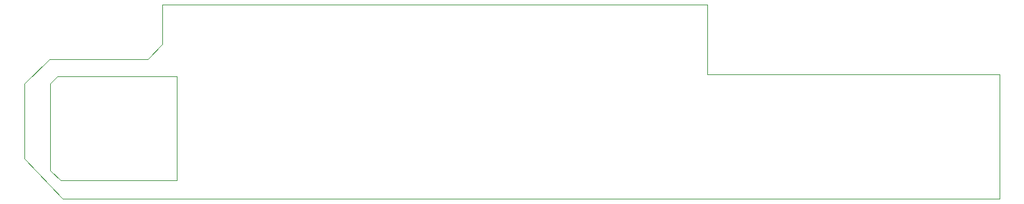
<source format=gbr>
%TF.GenerationSoftware,KiCad,Pcbnew,(5.1.6)-1*%
%TF.CreationDate,2021-02-02T10:35:07-06:00*%
%TF.ProjectId,Pikatea Macropad Mini,50696b61-7465-4612-904d-6163726f7061,rev?*%
%TF.SameCoordinates,Original*%
%TF.FileFunction,Profile,NP*%
%FSLAX46Y46*%
G04 Gerber Fmt 4.6, Leading zero omitted, Abs format (unit mm)*
G04 Created by KiCad (PCBNEW (5.1.6)-1) date 2021-02-02 10:35:07*
%MOMM*%
%LPD*%
G01*
G04 APERTURE LIST*
%TA.AperFunction,Profile*%
%ADD10C,0.050000*%
%TD*%
G04 APERTURE END LIST*
D10*
X92300000Y-99150000D02*
X93250000Y-98200000D01*
X176650000Y-89000000D02*
X176650000Y-98000000D01*
X176650000Y-98000000D02*
X214100000Y-98000000D01*
X106700000Y-94100000D02*
X106700000Y-89000000D01*
X104800000Y-96000000D02*
X106700000Y-94100000D01*
X92200000Y-96000000D02*
X104800000Y-96000000D01*
X89000000Y-99200000D02*
X92200000Y-96000000D01*
X89000000Y-108800000D02*
X93900000Y-114000000D01*
X93600000Y-111600000D02*
X108500000Y-111600000D01*
X92300000Y-110300000D02*
X93600000Y-111600000D01*
X92300000Y-99150000D02*
X92300000Y-110300000D01*
X108500000Y-98200000D02*
X93250000Y-98200000D01*
X108500000Y-111600000D02*
X108500000Y-98200000D01*
X176650000Y-89000000D02*
X106700000Y-89000000D01*
X89000000Y-99200000D02*
X89000000Y-108800000D01*
X214100000Y-114000000D02*
X214100000Y-98000000D01*
X214100000Y-114000000D02*
X93900000Y-114000000D01*
M02*

</source>
